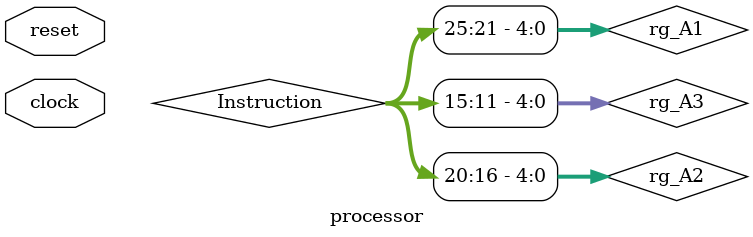
<source format=v>
`include "reg_file.v"
`include "pc_next.v"
`include "instruction_memory.v"
`include "data_memory.v"

module processor(
    input clock,
    input reset
);
    // Signal Declarations
    wire [31:0] PC, PCNext;
    wire [31:0] Instruction;
    wire [4:0] rg_A1, rg_A2, rg_A3;
    wire [31:0] rg_WD3, rg_RD1, rg_RD2;
    wire rg_WE3;
    wire [31:0] data_A, data_WD, data_RD;
    wire data_WE;

    // Instantiate PCNext module
    pc_next pc_next_inst(
        .PC(PC),
        .PCNext(PCNext)
    );

    // Instantiate Instruction Memory module
    instruction_memory inst_mem(
        .A(PC),
        .RD(Instruction)
    );

    // Instantiate Register File module
    reg_file reg_file_inst(
        .rg_A1(rg_A1),
        .rg_A2(rg_A2),
        .rg_A3(rg_A3),
        .rg_WD3(rg_WD3),
        .rg_RD1(rg_RD1),
        .rg_RD2(rg_RD2),
        .rg_WE3(rg_WE3),
        .clock(clock),
        .reset(reset)
    );

    // Instantiate Data Memory module
    data_memory data_mem(
        .clock(clock),
        .WE(data_WE),
        .A(data_A),
        .WD(data_WD),
        .RD(data_RD)
    );



    // Control Logic
    assign rg_A1 = Instruction[25:21];
    assign rg_A2 = Instruction[20:16];
    assign rg_A3 = Instruction[15:11];

    always @(posedge clock or posedge reset) begin
        if (reset) begin
            PC <= 0;  // Reset Program Counter
            rg_WE3 <= 0;  // Disable writes to Register File
            data_WE <= 0; // Disable writes to Data Memory
        end else begin
            // Simple control logic for demonstration
            // You will replace this with your actual control logic
            PC <= PCNext;
            rg_WE3 <= 1;  // Enable writes to Register File for demo
            rg_WD3 <= rg_RD1 + rg_RD2;  // Simple add operation for demo
            data_WE <= 0; // Disable writes to Data Memory for demo
        end
    end

endmodule

</source>
